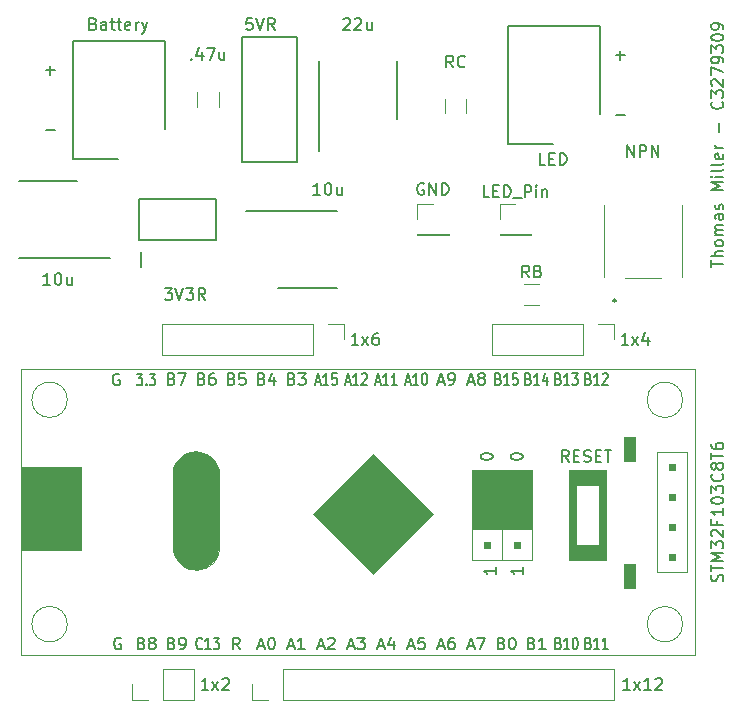
<source format=gbr>
%TF.GenerationSoftware,KiCad,Pcbnew,5.1.6*%
%TF.CreationDate,2020-09-09T09:45:10+10:00*%
%TF.ProjectId,TX,54582e6b-6963-4616-945f-706362585858,rev?*%
%TF.SameCoordinates,Original*%
%TF.FileFunction,Legend,Top*%
%TF.FilePolarity,Positive*%
%FSLAX46Y46*%
G04 Gerber Fmt 4.6, Leading zero omitted, Abs format (unit mm)*
G04 Created by KiCad (PCBNEW 5.1.6) date 2020-09-09 09:45:10*
%MOMM*%
%LPD*%
G01*
G04 APERTURE LIST*
%ADD10C,0.150000*%
%ADD11C,0.200000*%
%ADD12C,0.120000*%
%ADD13C,0.100000*%
%ADD14C,0.152400*%
G04 APERTURE END LIST*
D10*
X128524047Y-80081428D02*
X129285952Y-80081428D01*
X128524047Y-75001428D02*
X129285952Y-75001428D01*
X128905000Y-75382380D02*
X128905000Y-74620476D01*
X176784047Y-78811428D02*
X177545952Y-78811428D01*
X176784047Y-73731428D02*
X177545952Y-73731428D01*
X177165000Y-74112380D02*
X177165000Y-73350476D01*
X184872380Y-91660952D02*
X184872380Y-91089523D01*
X185872380Y-91375238D02*
X184872380Y-91375238D01*
X185872380Y-90756190D02*
X184872380Y-90756190D01*
X185872380Y-90327619D02*
X185348571Y-90327619D01*
X185253333Y-90375238D01*
X185205714Y-90470476D01*
X185205714Y-90613333D01*
X185253333Y-90708571D01*
X185300952Y-90756190D01*
X185872380Y-89708571D02*
X185824761Y-89803809D01*
X185777142Y-89851428D01*
X185681904Y-89899047D01*
X185396190Y-89899047D01*
X185300952Y-89851428D01*
X185253333Y-89803809D01*
X185205714Y-89708571D01*
X185205714Y-89565714D01*
X185253333Y-89470476D01*
X185300952Y-89422857D01*
X185396190Y-89375238D01*
X185681904Y-89375238D01*
X185777142Y-89422857D01*
X185824761Y-89470476D01*
X185872380Y-89565714D01*
X185872380Y-89708571D01*
X185872380Y-88946666D02*
X185205714Y-88946666D01*
X185300952Y-88946666D02*
X185253333Y-88899047D01*
X185205714Y-88803809D01*
X185205714Y-88660952D01*
X185253333Y-88565714D01*
X185348571Y-88518095D01*
X185872380Y-88518095D01*
X185348571Y-88518095D02*
X185253333Y-88470476D01*
X185205714Y-88375238D01*
X185205714Y-88232380D01*
X185253333Y-88137142D01*
X185348571Y-88089523D01*
X185872380Y-88089523D01*
X185872380Y-87184761D02*
X185348571Y-87184761D01*
X185253333Y-87232380D01*
X185205714Y-87327619D01*
X185205714Y-87518095D01*
X185253333Y-87613333D01*
X185824761Y-87184761D02*
X185872380Y-87280000D01*
X185872380Y-87518095D01*
X185824761Y-87613333D01*
X185729523Y-87660952D01*
X185634285Y-87660952D01*
X185539047Y-87613333D01*
X185491428Y-87518095D01*
X185491428Y-87280000D01*
X185443809Y-87184761D01*
X185824761Y-86756190D02*
X185872380Y-86660952D01*
X185872380Y-86470476D01*
X185824761Y-86375238D01*
X185729523Y-86327619D01*
X185681904Y-86327619D01*
X185586666Y-86375238D01*
X185539047Y-86470476D01*
X185539047Y-86613333D01*
X185491428Y-86708571D01*
X185396190Y-86756190D01*
X185348571Y-86756190D01*
X185253333Y-86708571D01*
X185205714Y-86613333D01*
X185205714Y-86470476D01*
X185253333Y-86375238D01*
X185872380Y-85137142D02*
X184872380Y-85137142D01*
X185586666Y-84803809D01*
X184872380Y-84470476D01*
X185872380Y-84470476D01*
X185872380Y-83994285D02*
X185205714Y-83994285D01*
X184872380Y-83994285D02*
X184920000Y-84041904D01*
X184967619Y-83994285D01*
X184920000Y-83946666D01*
X184872380Y-83994285D01*
X184967619Y-83994285D01*
X185872380Y-83375238D02*
X185824761Y-83470476D01*
X185729523Y-83518095D01*
X184872380Y-83518095D01*
X185872380Y-82851428D02*
X185824761Y-82946666D01*
X185729523Y-82994285D01*
X184872380Y-82994285D01*
X185824761Y-82089523D02*
X185872380Y-82184761D01*
X185872380Y-82375238D01*
X185824761Y-82470476D01*
X185729523Y-82518095D01*
X185348571Y-82518095D01*
X185253333Y-82470476D01*
X185205714Y-82375238D01*
X185205714Y-82184761D01*
X185253333Y-82089523D01*
X185348571Y-82041904D01*
X185443809Y-82041904D01*
X185539047Y-82518095D01*
X185872380Y-81613333D02*
X185205714Y-81613333D01*
X185396190Y-81613333D02*
X185300952Y-81565714D01*
X185253333Y-81518095D01*
X185205714Y-81422857D01*
X185205714Y-81327619D01*
X185491428Y-80232380D02*
X185491428Y-79470476D01*
X185777142Y-77660952D02*
X185824761Y-77708571D01*
X185872380Y-77851428D01*
X185872380Y-77946666D01*
X185824761Y-78089523D01*
X185729523Y-78184761D01*
X185634285Y-78232380D01*
X185443809Y-78280000D01*
X185300952Y-78280000D01*
X185110476Y-78232380D01*
X185015238Y-78184761D01*
X184920000Y-78089523D01*
X184872380Y-77946666D01*
X184872380Y-77851428D01*
X184920000Y-77708571D01*
X184967619Y-77660952D01*
X184872380Y-77327619D02*
X184872380Y-76708571D01*
X185253333Y-77041904D01*
X185253333Y-76899047D01*
X185300952Y-76803809D01*
X185348571Y-76756190D01*
X185443809Y-76708571D01*
X185681904Y-76708571D01*
X185777142Y-76756190D01*
X185824761Y-76803809D01*
X185872380Y-76899047D01*
X185872380Y-77184761D01*
X185824761Y-77280000D01*
X185777142Y-77327619D01*
X184967619Y-76327619D02*
X184920000Y-76280000D01*
X184872380Y-76184761D01*
X184872380Y-75946666D01*
X184920000Y-75851428D01*
X184967619Y-75803809D01*
X185062857Y-75756190D01*
X185158095Y-75756190D01*
X185300952Y-75803809D01*
X185872380Y-76375238D01*
X185872380Y-75756190D01*
X184872380Y-75422857D02*
X184872380Y-74756190D01*
X185872380Y-75184761D01*
X185872380Y-74327619D02*
X185872380Y-74137142D01*
X185824761Y-74041904D01*
X185777142Y-73994285D01*
X185634285Y-73899047D01*
X185443809Y-73851428D01*
X185062857Y-73851428D01*
X184967619Y-73899047D01*
X184920000Y-73946666D01*
X184872380Y-74041904D01*
X184872380Y-74232380D01*
X184920000Y-74327619D01*
X184967619Y-74375238D01*
X185062857Y-74422857D01*
X185300952Y-74422857D01*
X185396190Y-74375238D01*
X185443809Y-74327619D01*
X185491428Y-74232380D01*
X185491428Y-74041904D01*
X185443809Y-73946666D01*
X185396190Y-73899047D01*
X185300952Y-73851428D01*
X184872380Y-73518095D02*
X184872380Y-72899047D01*
X185253333Y-73232380D01*
X185253333Y-73089523D01*
X185300952Y-72994285D01*
X185348571Y-72946666D01*
X185443809Y-72899047D01*
X185681904Y-72899047D01*
X185777142Y-72946666D01*
X185824761Y-72994285D01*
X185872380Y-73089523D01*
X185872380Y-73375238D01*
X185824761Y-73470476D01*
X185777142Y-73518095D01*
X184872380Y-72280000D02*
X184872380Y-72184761D01*
X184920000Y-72089523D01*
X184967619Y-72041904D01*
X185062857Y-71994285D01*
X185253333Y-71946666D01*
X185491428Y-71946666D01*
X185681904Y-71994285D01*
X185777142Y-72041904D01*
X185824761Y-72089523D01*
X185872380Y-72184761D01*
X185872380Y-72280000D01*
X185824761Y-72375238D01*
X185777142Y-72422857D01*
X185681904Y-72470476D01*
X185491428Y-72518095D01*
X185253333Y-72518095D01*
X185062857Y-72470476D01*
X184967619Y-72422857D01*
X184920000Y-72375238D01*
X184872380Y-72280000D01*
X185872380Y-71470476D02*
X185872380Y-71280000D01*
X185824761Y-71184761D01*
X185777142Y-71137142D01*
X185634285Y-71041904D01*
X185443809Y-70994285D01*
X185062857Y-70994285D01*
X184967619Y-71041904D01*
X184920000Y-71089523D01*
X184872380Y-71184761D01*
X184872380Y-71375238D01*
X184920000Y-71470476D01*
X184967619Y-71518095D01*
X185062857Y-71565714D01*
X185300952Y-71565714D01*
X185396190Y-71518095D01*
X185443809Y-71470476D01*
X185491428Y-71375238D01*
X185491428Y-71184761D01*
X185443809Y-71089523D01*
X185396190Y-71041904D01*
X185300952Y-70994285D01*
D11*
%TO.C,Battery*%
X138620000Y-80010000D02*
X138620000Y-72510000D01*
X138620000Y-72510000D02*
X130820000Y-72510000D01*
X130820000Y-72510000D02*
X130820000Y-82510000D01*
X130820000Y-82510000D02*
X134620000Y-82510000D01*
D12*
%TO.C,STM32F103C8T6*%
X130340000Y-102895000D02*
G75*
G03*
X130340000Y-102895000I-1500000J0D01*
G01*
X130340000Y-121895000D02*
G75*
G03*
X130340000Y-121895000I-1500000J0D01*
G01*
X182440000Y-102895000D02*
G75*
G03*
X182440000Y-102895000I-1500000J0D01*
G01*
X182440000Y-121895000D02*
G75*
G03*
X182440000Y-121895000I-1500000J0D01*
G01*
X126390000Y-124505000D02*
X126390000Y-100295000D01*
X183490000Y-100295000D02*
X183490000Y-124505000D01*
D13*
G36*
X177435000Y-108045000D02*
G01*
X178435000Y-108045000D01*
X178435000Y-106045000D01*
X177435000Y-106045000D01*
X177435000Y-108045000D01*
G37*
X177435000Y-108045000D02*
X178435000Y-108045000D01*
X178435000Y-106045000D01*
X177435000Y-106045000D01*
X177435000Y-108045000D01*
G36*
X178435000Y-118840000D02*
G01*
X178435000Y-116840000D01*
X177435000Y-116840000D01*
X177435000Y-118840000D01*
X178435000Y-118840000D01*
G37*
X178435000Y-118840000D02*
X178435000Y-116840000D01*
X177435000Y-116840000D01*
X177435000Y-118840000D01*
X178435000Y-118840000D01*
G36*
X169660000Y-108905000D02*
G01*
X169660000Y-113805000D01*
X164660000Y-113805000D01*
X164660000Y-108905000D01*
X169660000Y-108905000D01*
G37*
X169660000Y-108905000D02*
X169660000Y-113805000D01*
X164660000Y-113805000D01*
X164660000Y-108905000D01*
X169660000Y-108905000D01*
G36*
X143156360Y-108875600D02*
G01*
X143002690Y-108412050D01*
X142746150Y-108028510D01*
X142610260Y-107851980D01*
X142295300Y-107592900D01*
X142061620Y-107465900D01*
X141830480Y-107389700D01*
X141525680Y-107318580D01*
X141238660Y-107265240D01*
X140811940Y-107308420D01*
X140462055Y-107410655D01*
X140156620Y-107603060D01*
X139940720Y-107755460D01*
X139714660Y-108004380D01*
X139475900Y-108293940D01*
X139379380Y-108522540D01*
X139333660Y-108715580D01*
X139265080Y-109180400D01*
X139260000Y-115505000D01*
X139387000Y-116061260D01*
X139760380Y-116645460D01*
X140110900Y-116957880D01*
X140626520Y-117195370D01*
X140971960Y-117258870D01*
X141276760Y-117290620D01*
X141609500Y-117260140D01*
X142010820Y-117150920D01*
X142208940Y-117069640D01*
X142432460Y-116917240D01*
X142648360Y-116696260D01*
X142854100Y-116447340D01*
X143097940Y-115985060D01*
X143189380Y-115510080D01*
X143184300Y-109188020D01*
X143156360Y-108875600D01*
G37*
X143156360Y-108875600D02*
X143002690Y-108412050D01*
X142746150Y-108028510D01*
X142610260Y-107851980D01*
X142295300Y-107592900D01*
X142061620Y-107465900D01*
X141830480Y-107389700D01*
X141525680Y-107318580D01*
X141238660Y-107265240D01*
X140811940Y-107308420D01*
X140462055Y-107410655D01*
X140156620Y-107603060D01*
X139940720Y-107755460D01*
X139714660Y-108004380D01*
X139475900Y-108293940D01*
X139379380Y-108522540D01*
X139333660Y-108715580D01*
X139265080Y-109180400D01*
X139260000Y-115505000D01*
X139387000Y-116061260D01*
X139760380Y-116645460D01*
X140110900Y-116957880D01*
X140626520Y-117195370D01*
X140971960Y-117258870D01*
X141276760Y-117290620D01*
X141609500Y-117260140D01*
X142010820Y-117150920D01*
X142208940Y-117069640D01*
X142432460Y-116917240D01*
X142648360Y-116696260D01*
X142854100Y-116447340D01*
X143097940Y-115985060D01*
X143189380Y-115510080D01*
X143184300Y-109188020D01*
X143156360Y-108875600D01*
D12*
X140108940Y-108084620D02*
X140108940Y-114180620D01*
D13*
G36*
X181807940Y-115926620D02*
G01*
X181299940Y-115926620D01*
X181299940Y-116434620D01*
X181807940Y-116434620D01*
X181807940Y-115926620D01*
G37*
X181807940Y-115926620D02*
X181299940Y-115926620D01*
X181299940Y-116434620D01*
X181807940Y-116434620D01*
X181807940Y-115926620D01*
G36*
X181807940Y-113386620D02*
G01*
X181299940Y-113386620D01*
X181299940Y-113894620D01*
X181807940Y-113894620D01*
X181807940Y-113386620D01*
G37*
X181807940Y-113386620D02*
X181299940Y-113386620D01*
X181299940Y-113894620D01*
X181807940Y-113894620D01*
X181807940Y-113386620D01*
G36*
X181807940Y-110846620D02*
G01*
X181299940Y-110846620D01*
X181299940Y-111354620D01*
X181807940Y-111354620D01*
X181807940Y-110846620D01*
G37*
X181807940Y-110846620D02*
X181299940Y-110846620D01*
X181299940Y-111354620D01*
X181807940Y-111354620D01*
X181807940Y-110846620D01*
G36*
X181807940Y-108306620D02*
G01*
X181299940Y-108306620D01*
X181299940Y-108814620D01*
X181807940Y-108814620D01*
X181807940Y-108306620D01*
G37*
X181807940Y-108306620D02*
X181299940Y-108306620D01*
X181299940Y-108814620D01*
X181807940Y-108814620D01*
X181807940Y-108306620D01*
D12*
X182823940Y-117450620D02*
X182823940Y-107290620D01*
X180283940Y-117450620D02*
X182823940Y-117450620D01*
X180283940Y-107290620D02*
X180283940Y-117450620D01*
X182823940Y-107290620D02*
X180283940Y-107290620D01*
D13*
G36*
X168189620Y-114920060D02*
G01*
X168697620Y-114920060D01*
X168697620Y-115428060D01*
X168189620Y-115428060D01*
X168189620Y-114920060D01*
G37*
X168189620Y-114920060D02*
X168697620Y-114920060D01*
X168697620Y-115428060D01*
X168189620Y-115428060D01*
X168189620Y-114920060D01*
G36*
X165649620Y-114920060D02*
G01*
X165649620Y-115428060D01*
X166157620Y-115428060D01*
X166157620Y-114920060D01*
X165649620Y-114920060D01*
G37*
X165649620Y-114920060D02*
X165649620Y-115428060D01*
X166157620Y-115428060D01*
X166157620Y-114920060D01*
X165649620Y-114920060D01*
G36*
X168189620Y-112380060D02*
G01*
X168697620Y-112380060D01*
X168697620Y-112888060D01*
X168189620Y-112888060D01*
X168189620Y-112380060D01*
G37*
X168189620Y-112380060D02*
X168697620Y-112380060D01*
X168697620Y-112888060D01*
X168189620Y-112888060D01*
X168189620Y-112380060D01*
G36*
X165649620Y-112380060D02*
G01*
X166157620Y-112380060D01*
X166157620Y-112888060D01*
X165649620Y-112888060D01*
X165649620Y-112380060D01*
G37*
X165649620Y-112380060D02*
X166157620Y-112380060D01*
X166157620Y-112888060D01*
X165649620Y-112888060D01*
X165649620Y-112380060D01*
G36*
X168189620Y-109840060D02*
G01*
X168189620Y-110348060D01*
X168697620Y-110348060D01*
X168697620Y-109840060D01*
X168189620Y-109840060D01*
G37*
X168189620Y-109840060D02*
X168189620Y-110348060D01*
X168697620Y-110348060D01*
X168697620Y-109840060D01*
X168189620Y-109840060D01*
G36*
X165649620Y-109840060D02*
G01*
X166157620Y-109840060D01*
X166157620Y-110348060D01*
X165649620Y-110348060D01*
X165649620Y-109840060D01*
G37*
X165649620Y-109840060D02*
X166157620Y-109840060D01*
X166157620Y-110348060D01*
X165649620Y-110348060D01*
X165649620Y-109840060D01*
G36*
X175347620Y-110094060D02*
G01*
X175982620Y-110094060D01*
X175982620Y-115174060D01*
X175347620Y-115174060D01*
X175347620Y-110094060D01*
G37*
X175347620Y-110094060D02*
X175982620Y-110094060D01*
X175982620Y-115174060D01*
X175347620Y-115174060D01*
X175347620Y-110094060D01*
G36*
X172807620Y-110094060D02*
G01*
X173442620Y-110094060D01*
X173442620Y-115174060D01*
X172807620Y-115174060D01*
X172807620Y-110094060D01*
G37*
X172807620Y-110094060D02*
X173442620Y-110094060D01*
X173442620Y-115174060D01*
X172807620Y-115174060D01*
X172807620Y-110094060D01*
G36*
X172807620Y-115174060D02*
G01*
X175982620Y-115174060D01*
X175982620Y-116444060D01*
X172807620Y-116444060D01*
X172807620Y-115174060D01*
G37*
X172807620Y-115174060D02*
X175982620Y-115174060D01*
X175982620Y-116444060D01*
X172807620Y-116444060D01*
X172807620Y-115174060D01*
G36*
X172807620Y-108824060D02*
G01*
X175982620Y-108824060D01*
X175982620Y-110094060D01*
X172807620Y-110094060D01*
X172807620Y-108824060D01*
G37*
X172807620Y-108824060D02*
X175982620Y-108824060D01*
X175982620Y-110094060D01*
X172807620Y-110094060D01*
X172807620Y-108824060D01*
G36*
X161340000Y-112585000D02*
G01*
X156260000Y-107505000D01*
X151180000Y-112585000D01*
X156260000Y-117665000D01*
X161340000Y-112585000D01*
G37*
X161340000Y-112585000D02*
X156260000Y-107505000D01*
X151180000Y-112585000D01*
X156260000Y-117665000D01*
X161340000Y-112585000D01*
G36*
X131540000Y-108620000D02*
G01*
X126460000Y-108620000D01*
X126460000Y-115605000D01*
X131540000Y-115605000D01*
X131540000Y-108620000D01*
G37*
X131540000Y-108620000D02*
X126460000Y-108620000D01*
X126460000Y-115605000D01*
X131540000Y-115605000D01*
X131540000Y-108620000D01*
D12*
X167173620Y-108824060D02*
X167173620Y-116444060D01*
X169713620Y-108824060D02*
X164633620Y-108824060D01*
X169713620Y-116444060D02*
X169713620Y-108824060D01*
X164633620Y-116444060D02*
X169713620Y-116444060D01*
X164633620Y-108824060D02*
X164633620Y-116444060D01*
X173442620Y-115174060D02*
X173442620Y-110094060D01*
X174712620Y-115174060D02*
X173442620Y-115174060D01*
X173442620Y-110094060D02*
X174712620Y-110094060D01*
X172807620Y-116444060D02*
X172807620Y-108824060D01*
X175347620Y-116444060D02*
X172807620Y-116444060D01*
X175347620Y-108824060D02*
X175347620Y-116444060D01*
X172807620Y-108824060D02*
X175347620Y-108824060D01*
X127255940Y-108640120D02*
X127255940Y-115625120D01*
X126390000Y-100295000D02*
X183490000Y-100295000D01*
X183490000Y-124505000D02*
X126390000Y-124505000D01*
D11*
%TO.C,22u*%
X158240000Y-79120000D02*
X158240000Y-74170000D01*
X151640000Y-81870000D02*
X151640000Y-74170000D01*
%TO.C,10u*%
X131190000Y-84330000D02*
X126240000Y-84330000D01*
X133940000Y-90930000D02*
X126240000Y-90930000D01*
X145460000Y-86870000D02*
X153160000Y-86870000D01*
X148210000Y-93470000D02*
X153160000Y-93470000D01*
D14*
%TO.C,5VR*%
X149783800Y-72186800D02*
X145110200Y-72186800D01*
X149783800Y-82753200D02*
X149783800Y-72186800D01*
X145110200Y-82753200D02*
X149783800Y-82753200D01*
X145110200Y-72186800D02*
X145110200Y-82753200D01*
D11*
%TO.C,NPN*%
X176570000Y-94493000D02*
X176570000Y-94493000D01*
X176770000Y-94493000D02*
X176770000Y-94493000D01*
D13*
X182370000Y-86393000D02*
X182370000Y-92493000D01*
X175770000Y-86393000D02*
X175770000Y-92493000D01*
X177570000Y-92625000D02*
X180570000Y-92625000D01*
D11*
X176570000Y-94493000D02*
G75*
G02*
X176770000Y-94493000I100000J0D01*
G01*
X176770000Y-94493000D02*
G75*
G02*
X176570000Y-94493000I-100000J0D01*
G01*
%TO.C,3V3R*%
X136575000Y-91655000D02*
X136575000Y-90405000D01*
X142950000Y-89380000D02*
X136450000Y-89380000D01*
X142950000Y-85880000D02*
X142950000Y-89380000D01*
X136450000Y-85880000D02*
X142950000Y-85880000D01*
X136450000Y-89380000D02*
X136450000Y-85880000D01*
%TO.C,LED*%
X175450000Y-78740000D02*
X175450000Y-71240000D01*
X175450000Y-71240000D02*
X167650000Y-71240000D01*
X167650000Y-71240000D02*
X167650000Y-81240000D01*
X167650000Y-81240000D02*
X171450000Y-81240000D01*
D12*
%TO.C,1x2*%
X135830000Y-128330000D02*
X135830000Y-127000000D01*
X137160000Y-128330000D02*
X135830000Y-128330000D01*
X138430000Y-128330000D02*
X138430000Y-125670000D01*
X138430000Y-125670000D02*
X141030000Y-125670000D01*
X138430000Y-128330000D02*
X141030000Y-128330000D01*
X141030000Y-128330000D02*
X141030000Y-125670000D01*
%TO.C,1x4*%
X176590000Y-96460000D02*
X176590000Y-97790000D01*
X175260000Y-96460000D02*
X176590000Y-96460000D01*
X173990000Y-96460000D02*
X173990000Y-99120000D01*
X173990000Y-99120000D02*
X166310000Y-99120000D01*
X173990000Y-96460000D02*
X166310000Y-96460000D01*
X166310000Y-96460000D02*
X166310000Y-99120000D01*
%TO.C,1x6*%
X153730000Y-96460000D02*
X153730000Y-97790000D01*
X152400000Y-96460000D02*
X153730000Y-96460000D01*
X151130000Y-96460000D02*
X151130000Y-99120000D01*
X151130000Y-99120000D02*
X138370000Y-99120000D01*
X151130000Y-96460000D02*
X138370000Y-96460000D01*
X138370000Y-96460000D02*
X138370000Y-99120000D01*
%TO.C,1x12*%
X145990000Y-128330000D02*
X145990000Y-127000000D01*
X147320000Y-128330000D02*
X145990000Y-128330000D01*
X148590000Y-128330000D02*
X148590000Y-125670000D01*
X148590000Y-125670000D02*
X176590000Y-125670000D01*
X148590000Y-128330000D02*
X176590000Y-128330000D01*
X176590000Y-128330000D02*
X176590000Y-125670000D01*
%TO.C,GND*%
X159960000Y-88960000D02*
X162620000Y-88960000D01*
X159960000Y-88900000D02*
X159960000Y-88960000D01*
X162620000Y-88900000D02*
X162620000Y-88960000D01*
X159960000Y-88900000D02*
X162620000Y-88900000D01*
X159960000Y-87630000D02*
X159960000Y-86300000D01*
X159960000Y-86300000D02*
X161290000Y-86300000D01*
%TO.C,.47u*%
X141330000Y-76867936D02*
X141330000Y-78072064D01*
X143150000Y-76867936D02*
X143150000Y-78072064D01*
%TO.C,RB*%
X170242064Y-93070000D02*
X169037936Y-93070000D01*
X170242064Y-94890000D02*
X169037936Y-94890000D01*
%TO.C,RC*%
X164105000Y-77407936D02*
X164105000Y-78612064D01*
X162285000Y-77407936D02*
X162285000Y-78612064D01*
%TO.C,LED_Pin*%
X166945000Y-86300000D02*
X168275000Y-86300000D01*
X166945000Y-87630000D02*
X166945000Y-86300000D01*
X166945000Y-88900000D02*
X169605000Y-88900000D01*
X169605000Y-88900000D02*
X169605000Y-88960000D01*
X166945000Y-88900000D02*
X166945000Y-88960000D01*
X166945000Y-88960000D02*
X169605000Y-88960000D01*
%TO.C,Battery*%
D10*
X132548571Y-71048571D02*
X132691428Y-71096190D01*
X132739047Y-71143809D01*
X132786666Y-71239047D01*
X132786666Y-71381904D01*
X132739047Y-71477142D01*
X132691428Y-71524761D01*
X132596190Y-71572380D01*
X132215238Y-71572380D01*
X132215238Y-70572380D01*
X132548571Y-70572380D01*
X132643809Y-70620000D01*
X132691428Y-70667619D01*
X132739047Y-70762857D01*
X132739047Y-70858095D01*
X132691428Y-70953333D01*
X132643809Y-71000952D01*
X132548571Y-71048571D01*
X132215238Y-71048571D01*
X133643809Y-71572380D02*
X133643809Y-71048571D01*
X133596190Y-70953333D01*
X133500952Y-70905714D01*
X133310476Y-70905714D01*
X133215238Y-70953333D01*
X133643809Y-71524761D02*
X133548571Y-71572380D01*
X133310476Y-71572380D01*
X133215238Y-71524761D01*
X133167619Y-71429523D01*
X133167619Y-71334285D01*
X133215238Y-71239047D01*
X133310476Y-71191428D01*
X133548571Y-71191428D01*
X133643809Y-71143809D01*
X133977142Y-70905714D02*
X134358095Y-70905714D01*
X134120000Y-70572380D02*
X134120000Y-71429523D01*
X134167619Y-71524761D01*
X134262857Y-71572380D01*
X134358095Y-71572380D01*
X134548571Y-70905714D02*
X134929523Y-70905714D01*
X134691428Y-70572380D02*
X134691428Y-71429523D01*
X134739047Y-71524761D01*
X134834285Y-71572380D01*
X134929523Y-71572380D01*
X135643809Y-71524761D02*
X135548571Y-71572380D01*
X135358095Y-71572380D01*
X135262857Y-71524761D01*
X135215238Y-71429523D01*
X135215238Y-71048571D01*
X135262857Y-70953333D01*
X135358095Y-70905714D01*
X135548571Y-70905714D01*
X135643809Y-70953333D01*
X135691428Y-71048571D01*
X135691428Y-71143809D01*
X135215238Y-71239047D01*
X136120000Y-71572380D02*
X136120000Y-70905714D01*
X136120000Y-71096190D02*
X136167619Y-71000952D01*
X136215238Y-70953333D01*
X136310476Y-70905714D01*
X136405714Y-70905714D01*
X136643809Y-70905714D02*
X136881904Y-71572380D01*
X137120000Y-70905714D02*
X136881904Y-71572380D01*
X136786666Y-71810476D01*
X136739047Y-71858095D01*
X136643809Y-71905714D01*
%TO.C,STM32F103C8T6*%
X185824761Y-118275952D02*
X185872380Y-118133095D01*
X185872380Y-117895000D01*
X185824761Y-117799761D01*
X185777142Y-117752142D01*
X185681904Y-117704523D01*
X185586666Y-117704523D01*
X185491428Y-117752142D01*
X185443809Y-117799761D01*
X185396190Y-117895000D01*
X185348571Y-118085476D01*
X185300952Y-118180714D01*
X185253333Y-118228333D01*
X185158095Y-118275952D01*
X185062857Y-118275952D01*
X184967619Y-118228333D01*
X184920000Y-118180714D01*
X184872380Y-118085476D01*
X184872380Y-117847380D01*
X184920000Y-117704523D01*
X184872380Y-117418809D02*
X184872380Y-116847380D01*
X185872380Y-117133095D02*
X184872380Y-117133095D01*
X185872380Y-116514047D02*
X184872380Y-116514047D01*
X185586666Y-116180714D01*
X184872380Y-115847380D01*
X185872380Y-115847380D01*
X184872380Y-115466428D02*
X184872380Y-114847380D01*
X185253333Y-115180714D01*
X185253333Y-115037857D01*
X185300952Y-114942619D01*
X185348571Y-114895000D01*
X185443809Y-114847380D01*
X185681904Y-114847380D01*
X185777142Y-114895000D01*
X185824761Y-114942619D01*
X185872380Y-115037857D01*
X185872380Y-115323571D01*
X185824761Y-115418809D01*
X185777142Y-115466428D01*
X184967619Y-114466428D02*
X184920000Y-114418809D01*
X184872380Y-114323571D01*
X184872380Y-114085476D01*
X184920000Y-113990238D01*
X184967619Y-113942619D01*
X185062857Y-113895000D01*
X185158095Y-113895000D01*
X185300952Y-113942619D01*
X185872380Y-114514047D01*
X185872380Y-113895000D01*
X185348571Y-113133095D02*
X185348571Y-113466428D01*
X185872380Y-113466428D02*
X184872380Y-113466428D01*
X184872380Y-112990238D01*
X185872380Y-112085476D02*
X185872380Y-112656904D01*
X185872380Y-112371190D02*
X184872380Y-112371190D01*
X185015238Y-112466428D01*
X185110476Y-112561666D01*
X185158095Y-112656904D01*
X184872380Y-111466428D02*
X184872380Y-111371190D01*
X184920000Y-111275952D01*
X184967619Y-111228333D01*
X185062857Y-111180714D01*
X185253333Y-111133095D01*
X185491428Y-111133095D01*
X185681904Y-111180714D01*
X185777142Y-111228333D01*
X185824761Y-111275952D01*
X185872380Y-111371190D01*
X185872380Y-111466428D01*
X185824761Y-111561666D01*
X185777142Y-111609285D01*
X185681904Y-111656904D01*
X185491428Y-111704523D01*
X185253333Y-111704523D01*
X185062857Y-111656904D01*
X184967619Y-111609285D01*
X184920000Y-111561666D01*
X184872380Y-111466428D01*
X184872380Y-110799761D02*
X184872380Y-110180714D01*
X185253333Y-110514047D01*
X185253333Y-110371190D01*
X185300952Y-110275952D01*
X185348571Y-110228333D01*
X185443809Y-110180714D01*
X185681904Y-110180714D01*
X185777142Y-110228333D01*
X185824761Y-110275952D01*
X185872380Y-110371190D01*
X185872380Y-110656904D01*
X185824761Y-110752142D01*
X185777142Y-110799761D01*
X185777142Y-109180714D02*
X185824761Y-109228333D01*
X185872380Y-109371190D01*
X185872380Y-109466428D01*
X185824761Y-109609285D01*
X185729523Y-109704523D01*
X185634285Y-109752142D01*
X185443809Y-109799761D01*
X185300952Y-109799761D01*
X185110476Y-109752142D01*
X185015238Y-109704523D01*
X184920000Y-109609285D01*
X184872380Y-109466428D01*
X184872380Y-109371190D01*
X184920000Y-109228333D01*
X184967619Y-109180714D01*
X185300952Y-108609285D02*
X185253333Y-108704523D01*
X185205714Y-108752142D01*
X185110476Y-108799761D01*
X185062857Y-108799761D01*
X184967619Y-108752142D01*
X184920000Y-108704523D01*
X184872380Y-108609285D01*
X184872380Y-108418809D01*
X184920000Y-108323571D01*
X184967619Y-108275952D01*
X185062857Y-108228333D01*
X185110476Y-108228333D01*
X185205714Y-108275952D01*
X185253333Y-108323571D01*
X185300952Y-108418809D01*
X185300952Y-108609285D01*
X185348571Y-108704523D01*
X185396190Y-108752142D01*
X185491428Y-108799761D01*
X185681904Y-108799761D01*
X185777142Y-108752142D01*
X185824761Y-108704523D01*
X185872380Y-108609285D01*
X185872380Y-108418809D01*
X185824761Y-108323571D01*
X185777142Y-108275952D01*
X185681904Y-108228333D01*
X185491428Y-108228333D01*
X185396190Y-108275952D01*
X185348571Y-108323571D01*
X185300952Y-108418809D01*
X184872380Y-107942619D02*
X184872380Y-107371190D01*
X185872380Y-107656904D02*
X184872380Y-107656904D01*
X184872380Y-106609285D02*
X184872380Y-106799761D01*
X184920000Y-106895000D01*
X184967619Y-106942619D01*
X185110476Y-107037857D01*
X185300952Y-107085476D01*
X185681904Y-107085476D01*
X185777142Y-107037857D01*
X185824761Y-106990238D01*
X185872380Y-106895000D01*
X185872380Y-106704523D01*
X185824761Y-106609285D01*
X185777142Y-106561666D01*
X185681904Y-106514047D01*
X185443809Y-106514047D01*
X185348571Y-106561666D01*
X185300952Y-106609285D01*
X185253333Y-106704523D01*
X185253333Y-106895000D01*
X185300952Y-106990238D01*
X185348571Y-107037857D01*
X185443809Y-107085476D01*
X134881904Y-123071000D02*
X134786666Y-123023380D01*
X134643809Y-123023380D01*
X134500952Y-123071000D01*
X134405714Y-123166238D01*
X134358095Y-123261476D01*
X134310476Y-123451952D01*
X134310476Y-123594809D01*
X134358095Y-123785285D01*
X134405714Y-123880523D01*
X134500952Y-123975761D01*
X134643809Y-124023380D01*
X134739047Y-124023380D01*
X134881904Y-123975761D01*
X134929523Y-123928142D01*
X134929523Y-123594809D01*
X134739047Y-123594809D01*
X144962523Y-124023380D02*
X144629190Y-123547190D01*
X144391095Y-124023380D02*
X144391095Y-123023380D01*
X144772047Y-123023380D01*
X144867285Y-123071000D01*
X144914904Y-123118619D01*
X144962523Y-123213857D01*
X144962523Y-123356714D01*
X144914904Y-123451952D01*
X144867285Y-123499571D01*
X144772047Y-123547190D01*
X144391095Y-123547190D01*
X174461714Y-123499571D02*
X174570571Y-123547190D01*
X174606857Y-123594809D01*
X174643142Y-123690047D01*
X174643142Y-123832904D01*
X174606857Y-123928142D01*
X174570571Y-123975761D01*
X174498000Y-124023380D01*
X174207714Y-124023380D01*
X174207714Y-123023380D01*
X174461714Y-123023380D01*
X174534285Y-123071000D01*
X174570571Y-123118619D01*
X174606857Y-123213857D01*
X174606857Y-123309095D01*
X174570571Y-123404333D01*
X174534285Y-123451952D01*
X174461714Y-123499571D01*
X174207714Y-123499571D01*
X175368857Y-124023380D02*
X174933428Y-124023380D01*
X175151142Y-124023380D02*
X175151142Y-123023380D01*
X175078571Y-123166238D01*
X175006000Y-123261476D01*
X174933428Y-123309095D01*
X176094571Y-124023380D02*
X175659142Y-124023380D01*
X175876857Y-124023380D02*
X175876857Y-123023380D01*
X175804285Y-123166238D01*
X175731714Y-123261476D01*
X175659142Y-123309095D01*
X171921714Y-123499571D02*
X172030571Y-123547190D01*
X172066857Y-123594809D01*
X172103142Y-123690047D01*
X172103142Y-123832904D01*
X172066857Y-123928142D01*
X172030571Y-123975761D01*
X171958000Y-124023380D01*
X171667714Y-124023380D01*
X171667714Y-123023380D01*
X171921714Y-123023380D01*
X171994285Y-123071000D01*
X172030571Y-123118619D01*
X172066857Y-123213857D01*
X172066857Y-123309095D01*
X172030571Y-123404333D01*
X171994285Y-123451952D01*
X171921714Y-123499571D01*
X171667714Y-123499571D01*
X172828857Y-124023380D02*
X172393428Y-124023380D01*
X172611142Y-124023380D02*
X172611142Y-123023380D01*
X172538571Y-123166238D01*
X172466000Y-123261476D01*
X172393428Y-123309095D01*
X173300571Y-123023380D02*
X173373142Y-123023380D01*
X173445714Y-123071000D01*
X173482000Y-123118619D01*
X173518285Y-123213857D01*
X173554571Y-123404333D01*
X173554571Y-123642428D01*
X173518285Y-123832904D01*
X173482000Y-123928142D01*
X173445714Y-123975761D01*
X173373142Y-124023380D01*
X173300571Y-124023380D01*
X173228000Y-123975761D01*
X173191714Y-123928142D01*
X173155428Y-123832904D01*
X173119142Y-123642428D01*
X173119142Y-123404333D01*
X173155428Y-123213857D01*
X173191714Y-123118619D01*
X173228000Y-123071000D01*
X173300571Y-123023380D01*
X169648238Y-123499571D02*
X169791095Y-123547190D01*
X169838714Y-123594809D01*
X169886333Y-123690047D01*
X169886333Y-123832904D01*
X169838714Y-123928142D01*
X169791095Y-123975761D01*
X169695857Y-124023380D01*
X169314904Y-124023380D01*
X169314904Y-123023380D01*
X169648238Y-123023380D01*
X169743476Y-123071000D01*
X169791095Y-123118619D01*
X169838714Y-123213857D01*
X169838714Y-123309095D01*
X169791095Y-123404333D01*
X169743476Y-123451952D01*
X169648238Y-123499571D01*
X169314904Y-123499571D01*
X170838714Y-124023380D02*
X170267285Y-124023380D01*
X170553000Y-124023380D02*
X170553000Y-123023380D01*
X170457761Y-123166238D01*
X170362523Y-123261476D01*
X170267285Y-123309095D01*
X167108238Y-123499571D02*
X167251095Y-123547190D01*
X167298714Y-123594809D01*
X167346333Y-123690047D01*
X167346333Y-123832904D01*
X167298714Y-123928142D01*
X167251095Y-123975761D01*
X167155857Y-124023380D01*
X166774904Y-124023380D01*
X166774904Y-123023380D01*
X167108238Y-123023380D01*
X167203476Y-123071000D01*
X167251095Y-123118619D01*
X167298714Y-123213857D01*
X167298714Y-123309095D01*
X167251095Y-123404333D01*
X167203476Y-123451952D01*
X167108238Y-123499571D01*
X166774904Y-123499571D01*
X167965380Y-123023380D02*
X168060619Y-123023380D01*
X168155857Y-123071000D01*
X168203476Y-123118619D01*
X168251095Y-123213857D01*
X168298714Y-123404333D01*
X168298714Y-123642428D01*
X168251095Y-123832904D01*
X168203476Y-123928142D01*
X168155857Y-123975761D01*
X168060619Y-124023380D01*
X167965380Y-124023380D01*
X167870142Y-123975761D01*
X167822523Y-123928142D01*
X167774904Y-123832904D01*
X167727285Y-123642428D01*
X167727285Y-123404333D01*
X167774904Y-123213857D01*
X167822523Y-123118619D01*
X167870142Y-123071000D01*
X167965380Y-123023380D01*
X164258714Y-123737666D02*
X164734904Y-123737666D01*
X164163476Y-124023380D02*
X164496809Y-123023380D01*
X164830142Y-124023380D01*
X165068238Y-123023380D02*
X165734904Y-123023380D01*
X165306333Y-124023380D01*
X161718714Y-123737666D02*
X162194904Y-123737666D01*
X161623476Y-124023380D02*
X161956809Y-123023380D01*
X162290142Y-124023380D01*
X163052047Y-123023380D02*
X162861571Y-123023380D01*
X162766333Y-123071000D01*
X162718714Y-123118619D01*
X162623476Y-123261476D01*
X162575857Y-123451952D01*
X162575857Y-123832904D01*
X162623476Y-123928142D01*
X162671095Y-123975761D01*
X162766333Y-124023380D01*
X162956809Y-124023380D01*
X163052047Y-123975761D01*
X163099666Y-123928142D01*
X163147285Y-123832904D01*
X163147285Y-123594809D01*
X163099666Y-123499571D01*
X163052047Y-123451952D01*
X162956809Y-123404333D01*
X162766333Y-123404333D01*
X162671095Y-123451952D01*
X162623476Y-123499571D01*
X162575857Y-123594809D01*
X159178714Y-123737666D02*
X159654904Y-123737666D01*
X159083476Y-124023380D02*
X159416809Y-123023380D01*
X159750142Y-124023380D01*
X160559666Y-123023380D02*
X160083476Y-123023380D01*
X160035857Y-123499571D01*
X160083476Y-123451952D01*
X160178714Y-123404333D01*
X160416809Y-123404333D01*
X160512047Y-123451952D01*
X160559666Y-123499571D01*
X160607285Y-123594809D01*
X160607285Y-123832904D01*
X160559666Y-123928142D01*
X160512047Y-123975761D01*
X160416809Y-124023380D01*
X160178714Y-124023380D01*
X160083476Y-123975761D01*
X160035857Y-123928142D01*
X156638714Y-123737666D02*
X157114904Y-123737666D01*
X156543476Y-124023380D02*
X156876809Y-123023380D01*
X157210142Y-124023380D01*
X157972047Y-123356714D02*
X157972047Y-124023380D01*
X157733952Y-122975761D02*
X157495857Y-123690047D01*
X158114904Y-123690047D01*
X154098714Y-123737666D02*
X154574904Y-123737666D01*
X154003476Y-124023380D02*
X154336809Y-123023380D01*
X154670142Y-124023380D01*
X154908238Y-123023380D02*
X155527285Y-123023380D01*
X155193952Y-123404333D01*
X155336809Y-123404333D01*
X155432047Y-123451952D01*
X155479666Y-123499571D01*
X155527285Y-123594809D01*
X155527285Y-123832904D01*
X155479666Y-123928142D01*
X155432047Y-123975761D01*
X155336809Y-124023380D01*
X155051095Y-124023380D01*
X154955857Y-123975761D01*
X154908238Y-123928142D01*
X151558714Y-123737666D02*
X152034904Y-123737666D01*
X151463476Y-124023380D02*
X151796809Y-123023380D01*
X152130142Y-124023380D01*
X152415857Y-123118619D02*
X152463476Y-123071000D01*
X152558714Y-123023380D01*
X152796809Y-123023380D01*
X152892047Y-123071000D01*
X152939666Y-123118619D01*
X152987285Y-123213857D01*
X152987285Y-123309095D01*
X152939666Y-123451952D01*
X152368238Y-124023380D01*
X152987285Y-124023380D01*
X149018714Y-123737666D02*
X149494904Y-123737666D01*
X148923476Y-124023380D02*
X149256809Y-123023380D01*
X149590142Y-124023380D01*
X150447285Y-124023380D02*
X149875857Y-124023380D01*
X150161571Y-124023380D02*
X150161571Y-123023380D01*
X150066333Y-123166238D01*
X149971095Y-123261476D01*
X149875857Y-123309095D01*
X146478714Y-123737666D02*
X146954904Y-123737666D01*
X146383476Y-124023380D02*
X146716809Y-123023380D01*
X147050142Y-124023380D01*
X147573952Y-123023380D02*
X147669190Y-123023380D01*
X147764428Y-123071000D01*
X147812047Y-123118619D01*
X147859666Y-123213857D01*
X147907285Y-123404333D01*
X147907285Y-123642428D01*
X147859666Y-123832904D01*
X147812047Y-123928142D01*
X147764428Y-123975761D01*
X147669190Y-124023380D01*
X147573952Y-124023380D01*
X147478714Y-123975761D01*
X147431095Y-123928142D01*
X147383476Y-123832904D01*
X147335857Y-123642428D01*
X147335857Y-123404333D01*
X147383476Y-123213857D01*
X147431095Y-123118619D01*
X147478714Y-123071000D01*
X147573952Y-123023380D01*
X141750142Y-123928142D02*
X141713857Y-123975761D01*
X141605000Y-124023380D01*
X141532428Y-124023380D01*
X141423571Y-123975761D01*
X141351000Y-123880523D01*
X141314714Y-123785285D01*
X141278428Y-123594809D01*
X141278428Y-123451952D01*
X141314714Y-123261476D01*
X141351000Y-123166238D01*
X141423571Y-123071000D01*
X141532428Y-123023380D01*
X141605000Y-123023380D01*
X141713857Y-123071000D01*
X141750142Y-123118619D01*
X142475857Y-124023380D02*
X142040428Y-124023380D01*
X142258142Y-124023380D02*
X142258142Y-123023380D01*
X142185571Y-123166238D01*
X142113000Y-123261476D01*
X142040428Y-123309095D01*
X142729857Y-123023380D02*
X143201571Y-123023380D01*
X142947571Y-123404333D01*
X143056428Y-123404333D01*
X143129000Y-123451952D01*
X143165285Y-123499571D01*
X143201571Y-123594809D01*
X143201571Y-123832904D01*
X143165285Y-123928142D01*
X143129000Y-123975761D01*
X143056428Y-124023380D01*
X142838714Y-124023380D01*
X142766142Y-123975761D01*
X142729857Y-123928142D01*
X174461714Y-101116571D02*
X174570571Y-101164190D01*
X174606857Y-101211809D01*
X174643142Y-101307047D01*
X174643142Y-101449904D01*
X174606857Y-101545142D01*
X174570571Y-101592761D01*
X174498000Y-101640380D01*
X174207714Y-101640380D01*
X174207714Y-100640380D01*
X174461714Y-100640380D01*
X174534285Y-100688000D01*
X174570571Y-100735619D01*
X174606857Y-100830857D01*
X174606857Y-100926095D01*
X174570571Y-101021333D01*
X174534285Y-101068952D01*
X174461714Y-101116571D01*
X174207714Y-101116571D01*
X175368857Y-101640380D02*
X174933428Y-101640380D01*
X175151142Y-101640380D02*
X175151142Y-100640380D01*
X175078571Y-100783238D01*
X175006000Y-100878476D01*
X174933428Y-100926095D01*
X175659142Y-100735619D02*
X175695428Y-100688000D01*
X175768000Y-100640380D01*
X175949428Y-100640380D01*
X176022000Y-100688000D01*
X176058285Y-100735619D01*
X176094571Y-100830857D01*
X176094571Y-100926095D01*
X176058285Y-101068952D01*
X175622857Y-101640380D01*
X176094571Y-101640380D01*
X171921714Y-101116571D02*
X172030571Y-101164190D01*
X172066857Y-101211809D01*
X172103142Y-101307047D01*
X172103142Y-101449904D01*
X172066857Y-101545142D01*
X172030571Y-101592761D01*
X171958000Y-101640380D01*
X171667714Y-101640380D01*
X171667714Y-100640380D01*
X171921714Y-100640380D01*
X171994285Y-100688000D01*
X172030571Y-100735619D01*
X172066857Y-100830857D01*
X172066857Y-100926095D01*
X172030571Y-101021333D01*
X171994285Y-101068952D01*
X171921714Y-101116571D01*
X171667714Y-101116571D01*
X172828857Y-101640380D02*
X172393428Y-101640380D01*
X172611142Y-101640380D02*
X172611142Y-100640380D01*
X172538571Y-100783238D01*
X172466000Y-100878476D01*
X172393428Y-100926095D01*
X173082857Y-100640380D02*
X173554571Y-100640380D01*
X173300571Y-101021333D01*
X173409428Y-101021333D01*
X173482000Y-101068952D01*
X173518285Y-101116571D01*
X173554571Y-101211809D01*
X173554571Y-101449904D01*
X173518285Y-101545142D01*
X173482000Y-101592761D01*
X173409428Y-101640380D01*
X173191714Y-101640380D01*
X173119142Y-101592761D01*
X173082857Y-101545142D01*
X169381714Y-101116571D02*
X169490571Y-101164190D01*
X169526857Y-101211809D01*
X169563142Y-101307047D01*
X169563142Y-101449904D01*
X169526857Y-101545142D01*
X169490571Y-101592761D01*
X169418000Y-101640380D01*
X169127714Y-101640380D01*
X169127714Y-100640380D01*
X169381714Y-100640380D01*
X169454285Y-100688000D01*
X169490571Y-100735619D01*
X169526857Y-100830857D01*
X169526857Y-100926095D01*
X169490571Y-101021333D01*
X169454285Y-101068952D01*
X169381714Y-101116571D01*
X169127714Y-101116571D01*
X170288857Y-101640380D02*
X169853428Y-101640380D01*
X170071142Y-101640380D02*
X170071142Y-100640380D01*
X169998571Y-100783238D01*
X169926000Y-100878476D01*
X169853428Y-100926095D01*
X170942000Y-100973714D02*
X170942000Y-101640380D01*
X170760571Y-100592761D02*
X170579142Y-101307047D01*
X171050857Y-101307047D01*
X166841714Y-101116571D02*
X166950571Y-101164190D01*
X166986857Y-101211809D01*
X167023142Y-101307047D01*
X167023142Y-101449904D01*
X166986857Y-101545142D01*
X166950571Y-101592761D01*
X166878000Y-101640380D01*
X166587714Y-101640380D01*
X166587714Y-100640380D01*
X166841714Y-100640380D01*
X166914285Y-100688000D01*
X166950571Y-100735619D01*
X166986857Y-100830857D01*
X166986857Y-100926095D01*
X166950571Y-101021333D01*
X166914285Y-101068952D01*
X166841714Y-101116571D01*
X166587714Y-101116571D01*
X167748857Y-101640380D02*
X167313428Y-101640380D01*
X167531142Y-101640380D02*
X167531142Y-100640380D01*
X167458571Y-100783238D01*
X167386000Y-100878476D01*
X167313428Y-100926095D01*
X168438285Y-100640380D02*
X168075428Y-100640380D01*
X168039142Y-101116571D01*
X168075428Y-101068952D01*
X168148000Y-101021333D01*
X168329428Y-101021333D01*
X168402000Y-101068952D01*
X168438285Y-101116571D01*
X168474571Y-101211809D01*
X168474571Y-101449904D01*
X168438285Y-101545142D01*
X168402000Y-101592761D01*
X168329428Y-101640380D01*
X168148000Y-101640380D01*
X168075428Y-101592761D01*
X168039142Y-101545142D01*
X164258714Y-101354666D02*
X164734904Y-101354666D01*
X164163476Y-101640380D02*
X164496809Y-100640380D01*
X164830142Y-101640380D01*
X165306333Y-101068952D02*
X165211095Y-101021333D01*
X165163476Y-100973714D01*
X165115857Y-100878476D01*
X165115857Y-100830857D01*
X165163476Y-100735619D01*
X165211095Y-100688000D01*
X165306333Y-100640380D01*
X165496809Y-100640380D01*
X165592047Y-100688000D01*
X165639666Y-100735619D01*
X165687285Y-100830857D01*
X165687285Y-100878476D01*
X165639666Y-100973714D01*
X165592047Y-101021333D01*
X165496809Y-101068952D01*
X165306333Y-101068952D01*
X165211095Y-101116571D01*
X165163476Y-101164190D01*
X165115857Y-101259428D01*
X165115857Y-101449904D01*
X165163476Y-101545142D01*
X165211095Y-101592761D01*
X165306333Y-101640380D01*
X165496809Y-101640380D01*
X165592047Y-101592761D01*
X165639666Y-101545142D01*
X165687285Y-101449904D01*
X165687285Y-101259428D01*
X165639666Y-101164190D01*
X165592047Y-101116571D01*
X165496809Y-101068952D01*
X161718714Y-101354666D02*
X162194904Y-101354666D01*
X161623476Y-101640380D02*
X161956809Y-100640380D01*
X162290142Y-101640380D01*
X162671095Y-101640380D02*
X162861571Y-101640380D01*
X162956809Y-101592761D01*
X163004428Y-101545142D01*
X163099666Y-101402285D01*
X163147285Y-101211809D01*
X163147285Y-100830857D01*
X163099666Y-100735619D01*
X163052047Y-100688000D01*
X162956809Y-100640380D01*
X162766333Y-100640380D01*
X162671095Y-100688000D01*
X162623476Y-100735619D01*
X162575857Y-100830857D01*
X162575857Y-101068952D01*
X162623476Y-101164190D01*
X162671095Y-101211809D01*
X162766333Y-101259428D01*
X162956809Y-101259428D01*
X163052047Y-101211809D01*
X163099666Y-101164190D01*
X163147285Y-101068952D01*
X158985857Y-101354666D02*
X159348714Y-101354666D01*
X158913285Y-101640380D02*
X159167285Y-100640380D01*
X159421285Y-101640380D01*
X160074428Y-101640380D02*
X159639000Y-101640380D01*
X159856714Y-101640380D02*
X159856714Y-100640380D01*
X159784142Y-100783238D01*
X159711571Y-100878476D01*
X159639000Y-100926095D01*
X160546142Y-100640380D02*
X160618714Y-100640380D01*
X160691285Y-100688000D01*
X160727571Y-100735619D01*
X160763857Y-100830857D01*
X160800142Y-101021333D01*
X160800142Y-101259428D01*
X160763857Y-101449904D01*
X160727571Y-101545142D01*
X160691285Y-101592761D01*
X160618714Y-101640380D01*
X160546142Y-101640380D01*
X160473571Y-101592761D01*
X160437285Y-101545142D01*
X160401000Y-101449904D01*
X160364714Y-101259428D01*
X160364714Y-101021333D01*
X160401000Y-100830857D01*
X160437285Y-100735619D01*
X160473571Y-100688000D01*
X160546142Y-100640380D01*
X156445857Y-101354666D02*
X156808714Y-101354666D01*
X156373285Y-101640380D02*
X156627285Y-100640380D01*
X156881285Y-101640380D01*
X157534428Y-101640380D02*
X157099000Y-101640380D01*
X157316714Y-101640380D02*
X157316714Y-100640380D01*
X157244142Y-100783238D01*
X157171571Y-100878476D01*
X157099000Y-100926095D01*
X158260142Y-101640380D02*
X157824714Y-101640380D01*
X158042428Y-101640380D02*
X158042428Y-100640380D01*
X157969857Y-100783238D01*
X157897285Y-100878476D01*
X157824714Y-100926095D01*
X153905857Y-101354666D02*
X154268714Y-101354666D01*
X153833285Y-101640380D02*
X154087285Y-100640380D01*
X154341285Y-101640380D01*
X154994428Y-101640380D02*
X154559000Y-101640380D01*
X154776714Y-101640380D02*
X154776714Y-100640380D01*
X154704142Y-100783238D01*
X154631571Y-100878476D01*
X154559000Y-100926095D01*
X155284714Y-100735619D02*
X155321000Y-100688000D01*
X155393571Y-100640380D01*
X155575000Y-100640380D01*
X155647571Y-100688000D01*
X155683857Y-100735619D01*
X155720142Y-100830857D01*
X155720142Y-100926095D01*
X155683857Y-101068952D01*
X155248428Y-101640380D01*
X155720142Y-101640380D01*
X151365857Y-101354666D02*
X151728714Y-101354666D01*
X151293285Y-101640380D02*
X151547285Y-100640380D01*
X151801285Y-101640380D01*
X152454428Y-101640380D02*
X152019000Y-101640380D01*
X152236714Y-101640380D02*
X152236714Y-100640380D01*
X152164142Y-100783238D01*
X152091571Y-100878476D01*
X152019000Y-100926095D01*
X153143857Y-100640380D02*
X152781000Y-100640380D01*
X152744714Y-101116571D01*
X152781000Y-101068952D01*
X152853571Y-101021333D01*
X153035000Y-101021333D01*
X153107571Y-101068952D01*
X153143857Y-101116571D01*
X153180142Y-101211809D01*
X153180142Y-101449904D01*
X153143857Y-101545142D01*
X153107571Y-101592761D01*
X153035000Y-101640380D01*
X152853571Y-101640380D01*
X152781000Y-101592761D01*
X152744714Y-101545142D01*
X149328238Y-101116571D02*
X149471095Y-101164190D01*
X149518714Y-101211809D01*
X149566333Y-101307047D01*
X149566333Y-101449904D01*
X149518714Y-101545142D01*
X149471095Y-101592761D01*
X149375857Y-101640380D01*
X148994904Y-101640380D01*
X148994904Y-100640380D01*
X149328238Y-100640380D01*
X149423476Y-100688000D01*
X149471095Y-100735619D01*
X149518714Y-100830857D01*
X149518714Y-100926095D01*
X149471095Y-101021333D01*
X149423476Y-101068952D01*
X149328238Y-101116571D01*
X148994904Y-101116571D01*
X149899666Y-100640380D02*
X150518714Y-100640380D01*
X150185380Y-101021333D01*
X150328238Y-101021333D01*
X150423476Y-101068952D01*
X150471095Y-101116571D01*
X150518714Y-101211809D01*
X150518714Y-101449904D01*
X150471095Y-101545142D01*
X150423476Y-101592761D01*
X150328238Y-101640380D01*
X150042523Y-101640380D01*
X149947285Y-101592761D01*
X149899666Y-101545142D01*
X146788238Y-101116571D02*
X146931095Y-101164190D01*
X146978714Y-101211809D01*
X147026333Y-101307047D01*
X147026333Y-101449904D01*
X146978714Y-101545142D01*
X146931095Y-101592761D01*
X146835857Y-101640380D01*
X146454904Y-101640380D01*
X146454904Y-100640380D01*
X146788238Y-100640380D01*
X146883476Y-100688000D01*
X146931095Y-100735619D01*
X146978714Y-100830857D01*
X146978714Y-100926095D01*
X146931095Y-101021333D01*
X146883476Y-101068952D01*
X146788238Y-101116571D01*
X146454904Y-101116571D01*
X147883476Y-100973714D02*
X147883476Y-101640380D01*
X147645380Y-100592761D02*
X147407285Y-101307047D01*
X148026333Y-101307047D01*
X144248238Y-101116571D02*
X144391095Y-101164190D01*
X144438714Y-101211809D01*
X144486333Y-101307047D01*
X144486333Y-101449904D01*
X144438714Y-101545142D01*
X144391095Y-101592761D01*
X144295857Y-101640380D01*
X143914904Y-101640380D01*
X143914904Y-100640380D01*
X144248238Y-100640380D01*
X144343476Y-100688000D01*
X144391095Y-100735619D01*
X144438714Y-100830857D01*
X144438714Y-100926095D01*
X144391095Y-101021333D01*
X144343476Y-101068952D01*
X144248238Y-101116571D01*
X143914904Y-101116571D01*
X145391095Y-100640380D02*
X144914904Y-100640380D01*
X144867285Y-101116571D01*
X144914904Y-101068952D01*
X145010142Y-101021333D01*
X145248238Y-101021333D01*
X145343476Y-101068952D01*
X145391095Y-101116571D01*
X145438714Y-101211809D01*
X145438714Y-101449904D01*
X145391095Y-101545142D01*
X145343476Y-101592761D01*
X145248238Y-101640380D01*
X145010142Y-101640380D01*
X144914904Y-101592761D01*
X144867285Y-101545142D01*
X141708238Y-101116571D02*
X141851095Y-101164190D01*
X141898714Y-101211809D01*
X141946333Y-101307047D01*
X141946333Y-101449904D01*
X141898714Y-101545142D01*
X141851095Y-101592761D01*
X141755857Y-101640380D01*
X141374904Y-101640380D01*
X141374904Y-100640380D01*
X141708238Y-100640380D01*
X141803476Y-100688000D01*
X141851095Y-100735619D01*
X141898714Y-100830857D01*
X141898714Y-100926095D01*
X141851095Y-101021333D01*
X141803476Y-101068952D01*
X141708238Y-101116571D01*
X141374904Y-101116571D01*
X142803476Y-100640380D02*
X142613000Y-100640380D01*
X142517761Y-100688000D01*
X142470142Y-100735619D01*
X142374904Y-100878476D01*
X142327285Y-101068952D01*
X142327285Y-101449904D01*
X142374904Y-101545142D01*
X142422523Y-101592761D01*
X142517761Y-101640380D01*
X142708238Y-101640380D01*
X142803476Y-101592761D01*
X142851095Y-101545142D01*
X142898714Y-101449904D01*
X142898714Y-101211809D01*
X142851095Y-101116571D01*
X142803476Y-101068952D01*
X142708238Y-101021333D01*
X142517761Y-101021333D01*
X142422523Y-101068952D01*
X142374904Y-101116571D01*
X142327285Y-101211809D01*
X139168238Y-101116571D02*
X139311095Y-101164190D01*
X139358714Y-101211809D01*
X139406333Y-101307047D01*
X139406333Y-101449904D01*
X139358714Y-101545142D01*
X139311095Y-101592761D01*
X139215857Y-101640380D01*
X138834904Y-101640380D01*
X138834904Y-100640380D01*
X139168238Y-100640380D01*
X139263476Y-100688000D01*
X139311095Y-100735619D01*
X139358714Y-100830857D01*
X139358714Y-100926095D01*
X139311095Y-101021333D01*
X139263476Y-101068952D01*
X139168238Y-101116571D01*
X138834904Y-101116571D01*
X139739666Y-100640380D02*
X140406333Y-100640380D01*
X139977761Y-101640380D01*
X136628238Y-123499571D02*
X136771095Y-123547190D01*
X136818714Y-123594809D01*
X136866333Y-123690047D01*
X136866333Y-123832904D01*
X136818714Y-123928142D01*
X136771095Y-123975761D01*
X136675857Y-124023380D01*
X136294904Y-124023380D01*
X136294904Y-123023380D01*
X136628238Y-123023380D01*
X136723476Y-123071000D01*
X136771095Y-123118619D01*
X136818714Y-123213857D01*
X136818714Y-123309095D01*
X136771095Y-123404333D01*
X136723476Y-123451952D01*
X136628238Y-123499571D01*
X136294904Y-123499571D01*
X137437761Y-123451952D02*
X137342523Y-123404333D01*
X137294904Y-123356714D01*
X137247285Y-123261476D01*
X137247285Y-123213857D01*
X137294904Y-123118619D01*
X137342523Y-123071000D01*
X137437761Y-123023380D01*
X137628238Y-123023380D01*
X137723476Y-123071000D01*
X137771095Y-123118619D01*
X137818714Y-123213857D01*
X137818714Y-123261476D01*
X137771095Y-123356714D01*
X137723476Y-123404333D01*
X137628238Y-123451952D01*
X137437761Y-123451952D01*
X137342523Y-123499571D01*
X137294904Y-123547190D01*
X137247285Y-123642428D01*
X137247285Y-123832904D01*
X137294904Y-123928142D01*
X137342523Y-123975761D01*
X137437761Y-124023380D01*
X137628238Y-124023380D01*
X137723476Y-123975761D01*
X137771095Y-123928142D01*
X137818714Y-123832904D01*
X137818714Y-123642428D01*
X137771095Y-123547190D01*
X137723476Y-123499571D01*
X137628238Y-123451952D01*
X139168238Y-123499571D02*
X139311095Y-123547190D01*
X139358714Y-123594809D01*
X139406333Y-123690047D01*
X139406333Y-123832904D01*
X139358714Y-123928142D01*
X139311095Y-123975761D01*
X139215857Y-124023380D01*
X138834904Y-124023380D01*
X138834904Y-123023380D01*
X139168238Y-123023380D01*
X139263476Y-123071000D01*
X139311095Y-123118619D01*
X139358714Y-123213857D01*
X139358714Y-123309095D01*
X139311095Y-123404333D01*
X139263476Y-123451952D01*
X139168238Y-123499571D01*
X138834904Y-123499571D01*
X139882523Y-124023380D02*
X140073000Y-124023380D01*
X140168238Y-123975761D01*
X140215857Y-123928142D01*
X140311095Y-123785285D01*
X140358714Y-123594809D01*
X140358714Y-123213857D01*
X140311095Y-123118619D01*
X140263476Y-123071000D01*
X140168238Y-123023380D01*
X139977761Y-123023380D01*
X139882523Y-123071000D01*
X139834904Y-123118619D01*
X139787285Y-123213857D01*
X139787285Y-123451952D01*
X139834904Y-123547190D01*
X139882523Y-123594809D01*
X139977761Y-123642428D01*
X140168238Y-123642428D01*
X140263476Y-123594809D01*
X140311095Y-123547190D01*
X140358714Y-123451952D01*
X136234714Y-100671380D02*
X136706428Y-100671380D01*
X136452428Y-101052333D01*
X136561285Y-101052333D01*
X136633857Y-101099952D01*
X136670142Y-101147571D01*
X136706428Y-101242809D01*
X136706428Y-101480904D01*
X136670142Y-101576142D01*
X136633857Y-101623761D01*
X136561285Y-101671380D01*
X136343571Y-101671380D01*
X136271000Y-101623761D01*
X136234714Y-101576142D01*
X137033000Y-101576142D02*
X137069285Y-101623761D01*
X137033000Y-101671380D01*
X136996714Y-101623761D01*
X137033000Y-101576142D01*
X137033000Y-101671380D01*
X137323285Y-100671380D02*
X137795000Y-100671380D01*
X137541000Y-101052333D01*
X137649857Y-101052333D01*
X137722428Y-101099952D01*
X137758714Y-101147571D01*
X137795000Y-101242809D01*
X137795000Y-101480904D01*
X137758714Y-101576142D01*
X137722428Y-101623761D01*
X137649857Y-101671380D01*
X137432142Y-101671380D01*
X137359571Y-101623761D01*
X137323285Y-101576142D01*
X134754904Y-100719000D02*
X134659666Y-100671380D01*
X134516809Y-100671380D01*
X134373952Y-100719000D01*
X134278714Y-100814238D01*
X134231095Y-100909476D01*
X134183476Y-101099952D01*
X134183476Y-101242809D01*
X134231095Y-101433285D01*
X134278714Y-101528523D01*
X134373952Y-101623761D01*
X134516809Y-101671380D01*
X134612047Y-101671380D01*
X134754904Y-101623761D01*
X134802523Y-101576142D01*
X134802523Y-101242809D01*
X134612047Y-101242809D01*
X167888380Y-107756619D02*
X167888380Y-107661380D01*
X167936000Y-107566142D01*
X167983619Y-107518523D01*
X168078857Y-107470904D01*
X168269333Y-107423285D01*
X168507428Y-107423285D01*
X168697904Y-107470904D01*
X168793142Y-107518523D01*
X168840761Y-107566142D01*
X168888380Y-107661380D01*
X168888380Y-107756619D01*
X168840761Y-107851857D01*
X168793142Y-107899476D01*
X168697904Y-107947095D01*
X168507428Y-107994714D01*
X168269333Y-107994714D01*
X168078857Y-107947095D01*
X167983619Y-107899476D01*
X167936000Y-107851857D01*
X167888380Y-107756619D01*
X165348380Y-107756619D02*
X165348380Y-107661380D01*
X165396000Y-107566142D01*
X165443619Y-107518523D01*
X165538857Y-107470904D01*
X165729333Y-107423285D01*
X165967428Y-107423285D01*
X166157904Y-107470904D01*
X166253142Y-107518523D01*
X166300761Y-107566142D01*
X166348380Y-107661380D01*
X166348380Y-107756619D01*
X166300761Y-107851857D01*
X166253142Y-107899476D01*
X166157904Y-107947095D01*
X165967428Y-107994714D01*
X165729333Y-107994714D01*
X165538857Y-107947095D01*
X165443619Y-107899476D01*
X165396000Y-107851857D01*
X165348380Y-107756619D01*
X168888380Y-117075285D02*
X168888380Y-117646714D01*
X168888380Y-117361000D02*
X167888380Y-117361000D01*
X168031238Y-117456238D01*
X168126476Y-117551476D01*
X168174095Y-117646714D01*
X166602380Y-117075285D02*
X166602380Y-117646714D01*
X166602380Y-117361000D02*
X165602380Y-117361000D01*
X165745238Y-117456238D01*
X165840476Y-117551476D01*
X165888095Y-117646714D01*
X172791619Y-108148380D02*
X172458285Y-107672190D01*
X172220190Y-108148380D02*
X172220190Y-107148380D01*
X172601142Y-107148380D01*
X172696380Y-107196000D01*
X172744000Y-107243619D01*
X172791619Y-107338857D01*
X172791619Y-107481714D01*
X172744000Y-107576952D01*
X172696380Y-107624571D01*
X172601142Y-107672190D01*
X172220190Y-107672190D01*
X173220190Y-107624571D02*
X173553523Y-107624571D01*
X173696380Y-108148380D02*
X173220190Y-108148380D01*
X173220190Y-107148380D01*
X173696380Y-107148380D01*
X174077333Y-108100761D02*
X174220190Y-108148380D01*
X174458285Y-108148380D01*
X174553523Y-108100761D01*
X174601142Y-108053142D01*
X174648761Y-107957904D01*
X174648761Y-107862666D01*
X174601142Y-107767428D01*
X174553523Y-107719809D01*
X174458285Y-107672190D01*
X174267809Y-107624571D01*
X174172571Y-107576952D01*
X174124952Y-107529333D01*
X174077333Y-107434095D01*
X174077333Y-107338857D01*
X174124952Y-107243619D01*
X174172571Y-107196000D01*
X174267809Y-107148380D01*
X174505904Y-107148380D01*
X174648761Y-107196000D01*
X175077333Y-107624571D02*
X175410666Y-107624571D01*
X175553523Y-108148380D02*
X175077333Y-108148380D01*
X175077333Y-107148380D01*
X175553523Y-107148380D01*
X175839238Y-107148380D02*
X176410666Y-107148380D01*
X176124952Y-108148380D02*
X176124952Y-107148380D01*
%TO.C,22u*%
X153725714Y-70667619D02*
X153773333Y-70620000D01*
X153868571Y-70572380D01*
X154106666Y-70572380D01*
X154201904Y-70620000D01*
X154249523Y-70667619D01*
X154297142Y-70762857D01*
X154297142Y-70858095D01*
X154249523Y-71000952D01*
X153678095Y-71572380D01*
X154297142Y-71572380D01*
X154678095Y-70667619D02*
X154725714Y-70620000D01*
X154820952Y-70572380D01*
X155059047Y-70572380D01*
X155154285Y-70620000D01*
X155201904Y-70667619D01*
X155249523Y-70762857D01*
X155249523Y-70858095D01*
X155201904Y-71000952D01*
X154630476Y-71572380D01*
X155249523Y-71572380D01*
X156106666Y-70905714D02*
X156106666Y-71572380D01*
X155678095Y-70905714D02*
X155678095Y-71429523D01*
X155725714Y-71524761D01*
X155820952Y-71572380D01*
X155963809Y-71572380D01*
X156059047Y-71524761D01*
X156106666Y-71477142D01*
%TO.C,10u*%
X128897142Y-93162380D02*
X128325714Y-93162380D01*
X128611428Y-93162380D02*
X128611428Y-92162380D01*
X128516190Y-92305238D01*
X128420952Y-92400476D01*
X128325714Y-92448095D01*
X129516190Y-92162380D02*
X129611428Y-92162380D01*
X129706666Y-92210000D01*
X129754285Y-92257619D01*
X129801904Y-92352857D01*
X129849523Y-92543333D01*
X129849523Y-92781428D01*
X129801904Y-92971904D01*
X129754285Y-93067142D01*
X129706666Y-93114761D01*
X129611428Y-93162380D01*
X129516190Y-93162380D01*
X129420952Y-93114761D01*
X129373333Y-93067142D01*
X129325714Y-92971904D01*
X129278095Y-92781428D01*
X129278095Y-92543333D01*
X129325714Y-92352857D01*
X129373333Y-92257619D01*
X129420952Y-92210000D01*
X129516190Y-92162380D01*
X130706666Y-92495714D02*
X130706666Y-93162380D01*
X130278095Y-92495714D02*
X130278095Y-93019523D01*
X130325714Y-93114761D01*
X130420952Y-93162380D01*
X130563809Y-93162380D01*
X130659047Y-93114761D01*
X130706666Y-93067142D01*
X151757142Y-85542380D02*
X151185714Y-85542380D01*
X151471428Y-85542380D02*
X151471428Y-84542380D01*
X151376190Y-84685238D01*
X151280952Y-84780476D01*
X151185714Y-84828095D01*
X152376190Y-84542380D02*
X152471428Y-84542380D01*
X152566666Y-84590000D01*
X152614285Y-84637619D01*
X152661904Y-84732857D01*
X152709523Y-84923333D01*
X152709523Y-85161428D01*
X152661904Y-85351904D01*
X152614285Y-85447142D01*
X152566666Y-85494761D01*
X152471428Y-85542380D01*
X152376190Y-85542380D01*
X152280952Y-85494761D01*
X152233333Y-85447142D01*
X152185714Y-85351904D01*
X152138095Y-85161428D01*
X152138095Y-84923333D01*
X152185714Y-84732857D01*
X152233333Y-84637619D01*
X152280952Y-84590000D01*
X152376190Y-84542380D01*
X153566666Y-84875714D02*
X153566666Y-85542380D01*
X153138095Y-84875714D02*
X153138095Y-85399523D01*
X153185714Y-85494761D01*
X153280952Y-85542380D01*
X153423809Y-85542380D01*
X153519047Y-85494761D01*
X153566666Y-85447142D01*
%TO.C,5VR*%
X145994523Y-70572380D02*
X145518333Y-70572380D01*
X145470714Y-71048571D01*
X145518333Y-71000952D01*
X145613571Y-70953333D01*
X145851666Y-70953333D01*
X145946904Y-71000952D01*
X145994523Y-71048571D01*
X146042142Y-71143809D01*
X146042142Y-71381904D01*
X145994523Y-71477142D01*
X145946904Y-71524761D01*
X145851666Y-71572380D01*
X145613571Y-71572380D01*
X145518333Y-71524761D01*
X145470714Y-71477142D01*
X146327857Y-70572380D02*
X146661190Y-71572380D01*
X146994523Y-70572380D01*
X147899285Y-71572380D02*
X147565952Y-71096190D01*
X147327857Y-71572380D02*
X147327857Y-70572380D01*
X147708809Y-70572380D01*
X147804047Y-70620000D01*
X147851666Y-70667619D01*
X147899285Y-70762857D01*
X147899285Y-70905714D01*
X147851666Y-71000952D01*
X147804047Y-71048571D01*
X147708809Y-71096190D01*
X147327857Y-71096190D01*
%TO.C,NPN*%
X177760476Y-82325380D02*
X177760476Y-81325380D01*
X178331904Y-82325380D01*
X178331904Y-81325380D01*
X178808095Y-82325380D02*
X178808095Y-81325380D01*
X179189047Y-81325380D01*
X179284285Y-81373000D01*
X179331904Y-81420619D01*
X179379523Y-81515857D01*
X179379523Y-81658714D01*
X179331904Y-81753952D01*
X179284285Y-81801571D01*
X179189047Y-81849190D01*
X178808095Y-81849190D01*
X179808095Y-82325380D02*
X179808095Y-81325380D01*
X180379523Y-82325380D01*
X180379523Y-81325380D01*
%TO.C,3V3R*%
X138596904Y-93432380D02*
X139215952Y-93432380D01*
X138882619Y-93813333D01*
X139025476Y-93813333D01*
X139120714Y-93860952D01*
X139168333Y-93908571D01*
X139215952Y-94003809D01*
X139215952Y-94241904D01*
X139168333Y-94337142D01*
X139120714Y-94384761D01*
X139025476Y-94432380D01*
X138739761Y-94432380D01*
X138644523Y-94384761D01*
X138596904Y-94337142D01*
X139501666Y-93432380D02*
X139835000Y-94432380D01*
X140168333Y-93432380D01*
X140406428Y-93432380D02*
X141025476Y-93432380D01*
X140692142Y-93813333D01*
X140835000Y-93813333D01*
X140930238Y-93860952D01*
X140977857Y-93908571D01*
X141025476Y-94003809D01*
X141025476Y-94241904D01*
X140977857Y-94337142D01*
X140930238Y-94384761D01*
X140835000Y-94432380D01*
X140549285Y-94432380D01*
X140454047Y-94384761D01*
X140406428Y-94337142D01*
X142025476Y-94432380D02*
X141692142Y-93956190D01*
X141454047Y-94432380D02*
X141454047Y-93432380D01*
X141835000Y-93432380D01*
X141930238Y-93480000D01*
X141977857Y-93527619D01*
X142025476Y-93622857D01*
X142025476Y-93765714D01*
X141977857Y-93860952D01*
X141930238Y-93908571D01*
X141835000Y-93956190D01*
X141454047Y-93956190D01*
%TO.C,LED*%
X170807142Y-83002380D02*
X170330952Y-83002380D01*
X170330952Y-82002380D01*
X171140476Y-82478571D02*
X171473809Y-82478571D01*
X171616666Y-83002380D02*
X171140476Y-83002380D01*
X171140476Y-82002380D01*
X171616666Y-82002380D01*
X172045238Y-83002380D02*
X172045238Y-82002380D01*
X172283333Y-82002380D01*
X172426190Y-82050000D01*
X172521428Y-82145238D01*
X172569047Y-82240476D01*
X172616666Y-82430952D01*
X172616666Y-82573809D01*
X172569047Y-82764285D01*
X172521428Y-82859523D01*
X172426190Y-82954761D01*
X172283333Y-83002380D01*
X172045238Y-83002380D01*
%TO.C,1x2*%
X142279761Y-127452380D02*
X141708333Y-127452380D01*
X141994047Y-127452380D02*
X141994047Y-126452380D01*
X141898809Y-126595238D01*
X141803571Y-126690476D01*
X141708333Y-126738095D01*
X142613095Y-127452380D02*
X143136904Y-126785714D01*
X142613095Y-126785714D02*
X143136904Y-127452380D01*
X143470238Y-126547619D02*
X143517857Y-126500000D01*
X143613095Y-126452380D01*
X143851190Y-126452380D01*
X143946428Y-126500000D01*
X143994047Y-126547619D01*
X144041666Y-126642857D01*
X144041666Y-126738095D01*
X143994047Y-126880952D01*
X143422619Y-127452380D01*
X144041666Y-127452380D01*
%TO.C,1x4*%
X177839761Y-98242380D02*
X177268333Y-98242380D01*
X177554047Y-98242380D02*
X177554047Y-97242380D01*
X177458809Y-97385238D01*
X177363571Y-97480476D01*
X177268333Y-97528095D01*
X178173095Y-98242380D02*
X178696904Y-97575714D01*
X178173095Y-97575714D02*
X178696904Y-98242380D01*
X179506428Y-97575714D02*
X179506428Y-98242380D01*
X179268333Y-97194761D02*
X179030238Y-97909047D01*
X179649285Y-97909047D01*
%TO.C,1x6*%
X154979761Y-98242380D02*
X154408333Y-98242380D01*
X154694047Y-98242380D02*
X154694047Y-97242380D01*
X154598809Y-97385238D01*
X154503571Y-97480476D01*
X154408333Y-97528095D01*
X155313095Y-98242380D02*
X155836904Y-97575714D01*
X155313095Y-97575714D02*
X155836904Y-98242380D01*
X156646428Y-97242380D02*
X156455952Y-97242380D01*
X156360714Y-97290000D01*
X156313095Y-97337619D01*
X156217857Y-97480476D01*
X156170238Y-97670952D01*
X156170238Y-98051904D01*
X156217857Y-98147142D01*
X156265476Y-98194761D01*
X156360714Y-98242380D01*
X156551190Y-98242380D01*
X156646428Y-98194761D01*
X156694047Y-98147142D01*
X156741666Y-98051904D01*
X156741666Y-97813809D01*
X156694047Y-97718571D01*
X156646428Y-97670952D01*
X156551190Y-97623333D01*
X156360714Y-97623333D01*
X156265476Y-97670952D01*
X156217857Y-97718571D01*
X156170238Y-97813809D01*
%TO.C,1x12*%
X177998571Y-127452380D02*
X177427142Y-127452380D01*
X177712857Y-127452380D02*
X177712857Y-126452380D01*
X177617619Y-126595238D01*
X177522380Y-126690476D01*
X177427142Y-126738095D01*
X178331904Y-127452380D02*
X178855714Y-126785714D01*
X178331904Y-126785714D02*
X178855714Y-127452380D01*
X179760476Y-127452380D02*
X179189047Y-127452380D01*
X179474761Y-127452380D02*
X179474761Y-126452380D01*
X179379523Y-126595238D01*
X179284285Y-126690476D01*
X179189047Y-126738095D01*
X180141428Y-126547619D02*
X180189047Y-126500000D01*
X180284285Y-126452380D01*
X180522380Y-126452380D01*
X180617619Y-126500000D01*
X180665238Y-126547619D01*
X180712857Y-126642857D01*
X180712857Y-126738095D01*
X180665238Y-126880952D01*
X180093809Y-127452380D01*
X180712857Y-127452380D01*
%TO.C,GND*%
X160528095Y-84590000D02*
X160432857Y-84542380D01*
X160290000Y-84542380D01*
X160147142Y-84590000D01*
X160051904Y-84685238D01*
X160004285Y-84780476D01*
X159956666Y-84970952D01*
X159956666Y-85113809D01*
X160004285Y-85304285D01*
X160051904Y-85399523D01*
X160147142Y-85494761D01*
X160290000Y-85542380D01*
X160385238Y-85542380D01*
X160528095Y-85494761D01*
X160575714Y-85447142D01*
X160575714Y-85113809D01*
X160385238Y-85113809D01*
X161004285Y-85542380D02*
X161004285Y-84542380D01*
X161575714Y-85542380D01*
X161575714Y-84542380D01*
X162051904Y-85542380D02*
X162051904Y-84542380D01*
X162290000Y-84542380D01*
X162432857Y-84590000D01*
X162528095Y-84685238D01*
X162575714Y-84780476D01*
X162623333Y-84970952D01*
X162623333Y-85113809D01*
X162575714Y-85304285D01*
X162528095Y-85399523D01*
X162432857Y-85494761D01*
X162290000Y-85542380D01*
X162051904Y-85542380D01*
%TO.C,.47u*%
X140835238Y-74017142D02*
X140882857Y-74064761D01*
X140835238Y-74112380D01*
X140787619Y-74064761D01*
X140835238Y-74017142D01*
X140835238Y-74112380D01*
X141740000Y-73445714D02*
X141740000Y-74112380D01*
X141501904Y-73064761D02*
X141263809Y-73779047D01*
X141882857Y-73779047D01*
X142168571Y-73112380D02*
X142835238Y-73112380D01*
X142406666Y-74112380D01*
X143644761Y-73445714D02*
X143644761Y-74112380D01*
X143216190Y-73445714D02*
X143216190Y-73969523D01*
X143263809Y-74064761D01*
X143359047Y-74112380D01*
X143501904Y-74112380D01*
X143597142Y-74064761D01*
X143644761Y-74017142D01*
%TO.C,RB*%
X169449523Y-92527380D02*
X169116190Y-92051190D01*
X168878095Y-92527380D02*
X168878095Y-91527380D01*
X169259047Y-91527380D01*
X169354285Y-91575000D01*
X169401904Y-91622619D01*
X169449523Y-91717857D01*
X169449523Y-91860714D01*
X169401904Y-91955952D01*
X169354285Y-92003571D01*
X169259047Y-92051190D01*
X168878095Y-92051190D01*
X170211428Y-92003571D02*
X170354285Y-92051190D01*
X170401904Y-92098809D01*
X170449523Y-92194047D01*
X170449523Y-92336904D01*
X170401904Y-92432142D01*
X170354285Y-92479761D01*
X170259047Y-92527380D01*
X169878095Y-92527380D01*
X169878095Y-91527380D01*
X170211428Y-91527380D01*
X170306666Y-91575000D01*
X170354285Y-91622619D01*
X170401904Y-91717857D01*
X170401904Y-91813095D01*
X170354285Y-91908333D01*
X170306666Y-91955952D01*
X170211428Y-92003571D01*
X169878095Y-92003571D01*
%TO.C,RC*%
X163004523Y-74747380D02*
X162671190Y-74271190D01*
X162433095Y-74747380D02*
X162433095Y-73747380D01*
X162814047Y-73747380D01*
X162909285Y-73795000D01*
X162956904Y-73842619D01*
X163004523Y-73937857D01*
X163004523Y-74080714D01*
X162956904Y-74175952D01*
X162909285Y-74223571D01*
X162814047Y-74271190D01*
X162433095Y-74271190D01*
X164004523Y-74652142D02*
X163956904Y-74699761D01*
X163814047Y-74747380D01*
X163718809Y-74747380D01*
X163575952Y-74699761D01*
X163480714Y-74604523D01*
X163433095Y-74509285D01*
X163385476Y-74318809D01*
X163385476Y-74175952D01*
X163433095Y-73985476D01*
X163480714Y-73890238D01*
X163575952Y-73795000D01*
X163718809Y-73747380D01*
X163814047Y-73747380D01*
X163956904Y-73795000D01*
X164004523Y-73842619D01*
%TO.C,LED_Pin*%
X166060714Y-85752380D02*
X165584523Y-85752380D01*
X165584523Y-84752380D01*
X166394047Y-85228571D02*
X166727380Y-85228571D01*
X166870238Y-85752380D02*
X166394047Y-85752380D01*
X166394047Y-84752380D01*
X166870238Y-84752380D01*
X167298809Y-85752380D02*
X167298809Y-84752380D01*
X167536904Y-84752380D01*
X167679761Y-84800000D01*
X167775000Y-84895238D01*
X167822619Y-84990476D01*
X167870238Y-85180952D01*
X167870238Y-85323809D01*
X167822619Y-85514285D01*
X167775000Y-85609523D01*
X167679761Y-85704761D01*
X167536904Y-85752380D01*
X167298809Y-85752380D01*
X168060714Y-85847619D02*
X168822619Y-85847619D01*
X169060714Y-85752380D02*
X169060714Y-84752380D01*
X169441666Y-84752380D01*
X169536904Y-84800000D01*
X169584523Y-84847619D01*
X169632142Y-84942857D01*
X169632142Y-85085714D01*
X169584523Y-85180952D01*
X169536904Y-85228571D01*
X169441666Y-85276190D01*
X169060714Y-85276190D01*
X170060714Y-85752380D02*
X170060714Y-85085714D01*
X170060714Y-84752380D02*
X170013095Y-84800000D01*
X170060714Y-84847619D01*
X170108333Y-84800000D01*
X170060714Y-84752380D01*
X170060714Y-84847619D01*
X170536904Y-85085714D02*
X170536904Y-85752380D01*
X170536904Y-85180952D02*
X170584523Y-85133333D01*
X170679761Y-85085714D01*
X170822619Y-85085714D01*
X170917857Y-85133333D01*
X170965476Y-85228571D01*
X170965476Y-85752380D01*
%TD*%
M02*

</source>
